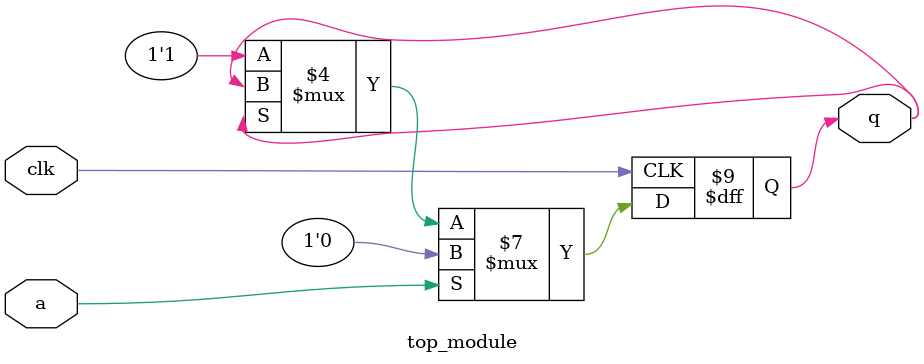
<source format=sv>
module top_module (
	input clk,
	input a, 
	output reg q
);

always @(posedge clk)
begin
	if (a == 1)
		q <= 0;
	else if (q == 0)
		q <= 1;
end

endmodule

</source>
